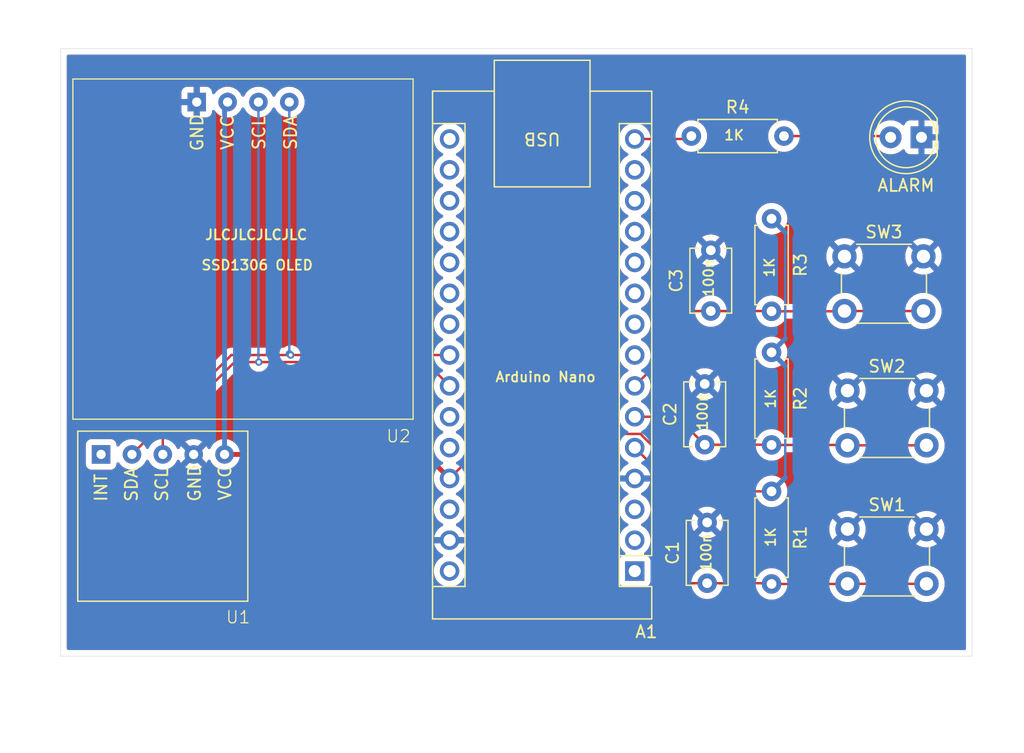
<source format=kicad_pcb>
(kicad_pcb (version 20241229) (generator "pcbnew") (generator_version "9.0")
  (layers (0 "F.Cu" signal "Front") (4 "In1.Cu" signal) (6 "In2.Cu" signal) (2 "B.Cu" signal "Back") (13 "F.Paste" user) (15 "B.Paste" user) (5 "F.SilkS" user "F.Silkscreen") (7 "B.SilkS" user "B.Silkscreen") (1 "F.Mask" user) (3 "B.Mask" user) (25 "Edge.Cuts" user))
  (net 0 "")
  (net 3 "Net-(A1-A4)")
  (net 5 "Net-(A1-D2)")
  (net 6 "Net-(A1-A5)")
  (net 8 "+5V")
  (net 15 "Net-(A1-D12)")
  (net 16 "GND")
  (net 25 "Net-(A1-D3)")
  (net 29 "Net-(A1-D4)")
  (net 30 "Net-(D1-A)")
  (footprint "spo2_stuff:MAX30102_MODULE" (layer "F.Cu") (at 89.4 106.48)
    (property "Reference" "U1" (at 6.2 8.32 0) (layer "F.SilkS") (effects (font (thickness 0.1))))
    (property "Value" "MAX30102")
    (fp_line (start -7 -7) (end 7 -7) (stroke (width 0.1)) (layer "F.SilkS"))
    (fp_line (start -7 7) (end -7 -7) (stroke (width 0.1)) (layer "F.SilkS"))
    (fp_line (start 7 -7) (end 7 7) (stroke (width 0.1)) (layer "F.SilkS"))
    (fp_line (start 7 7) (end -7 7) (stroke (width 0.1)) (layer "F.SilkS"))
    (fp_rect (start -7 -7) (end 7 7) (stroke (width 0.1)) (fill no) (layer "F.SilkS"))
    (fp_text user "INT" (at -4.5 -1.1 90) (layer "F.SilkS") (effects (justify left bottom)))
    (fp_text user "SDA" (at -2 -1.1 90) (layer "F.SilkS") (effects (justify left bottom)))
    (fp_text user "VCC" (at 5.7 -1.2 90) (layer "F.SilkS") (effects (justify left bottom)))
    (fp_text user "GND" (at 3.2 -1.1 90) (layer "F.SilkS") (effects (justify left bottom)))
    (fp_text user "SCL" (at 0.5 -1.1 90) (layer "F.SilkS") (effects (justify left bottom)))
    (pad "1" thru_hole rect (at -5.08 -5.08) (size 1.524 1.524) (drill 0.762) (layers "*.Cu" "*.Mask"))
    (pad "2" thru_hole circle (at -2.54 -5.08) (size 1.524 1.524) (drill 0.762) (layers "*.Cu" "*.Mask") (net 3 "Net-(A1-A4)"))
    (pad "3" thru_hole circle (at 0 -5.08) (size 1.524 1.524) (drill 0.762) (layers "*.Cu" "*.Mask") (net 6 "Net-(A1-A5)"))
    (pad "4" thru_hole circle (at 2.54 -5.08) (size 1.524 1.524) (drill 0.762) (layers "*.Cu" "*.Mask") (net 16 "GND"))
    (pad "5" thru_hole circle (at 5.08 -5.08) (size 1.524 1.524) (drill 0.762) (layers "*.Cu" "*.Mask") (net 8 "+5V"))
  )
  (footprint "Capacitor_THT:C_Disc_D5.1mm_W3.2mm_P5.00mm" (layer "F.Cu") (at 134.5 89.6 90)
    (property "Reference" "C3" (at 2.5 -2.85 90) (layer "F.SilkS"))
    (property "Value" "100n")
    (fp_line (start 5.17 -1.72) (end 5.17 -1.026) (stroke (width 0.12)) (layer "F.SilkS"))
    (fp_line (start -0.17 -1.72) (end 5.17 -1.72) (stroke (width 0.12)) (layer "F.SilkS"))
    (fp_line (start -0.17 -1.026) (end -0.17 -1.72) (stroke (width 0.12)) (layer "F.SilkS"))
    (fp_line (start 5.17 1.026) (end 5.17 1.72) (stroke (width 0.12)) (layer "F.SilkS"))
    (fp_line (start 5.17 1.72) (end -0.17 1.72) (stroke (width 0.12)) (layer "F.SilkS"))
    (fp_line (start -0.17 1.72) (end -0.17 1.026) (stroke (width 0.12)) (layer "F.SilkS"))
    (pad "1" thru_hole circle (at 0 0 90) (size 1.6 1.6) (drill 0.8) (layers "*.Cu" "*.Mask") (net 29 "Net-(A1-D4)"))
    (pad "2" thru_hole circle (at 5 0 90) (size 1.6 1.6) (drill 0.8) (layers "*.Cu" "*.Mask") (net 16 "GND"))
  )
  (footprint "spo2_stuff:SSD1306" (layer "F.Cu") (at 96 84.5)
    (property "Reference" "U2" (at 12.8 15.4 0) (layer "F.SilkS") (effects (font (thickness 0.1))))
    (property "Value" "SSD1306")
    (fp_line (start -14 -14) (end 14 -14) (stroke (width 0.1)) (layer "F.SilkS"))
    (fp_line (start -14 14) (end -14 -14) (stroke (width 0.1)) (layer "F.SilkS"))
    (fp_line (start 14 -14) (end 14 14) (stroke (width 0.1)) (layer "F.SilkS"))
    (fp_line (start 14 14) (end -14 14) (stroke (width 0.1)) (layer "F.SilkS"))
    (fp_text user "VCC" (at -0.7 -8.07 90) (layer "F.SilkS") (effects (justify left bottom)))
    (fp_text user "GND" (at -3.2 -7.97 90) (layer "F.SilkS") (effects (justify left bottom)))
    (fp_text user "SCL" (at 1.9 -8.07 90) (layer "F.SilkS") (effects (justify left bottom)))
    (fp_text user "SDA" (at 4.5 -8.07 90) (layer "F.SilkS") (effects (justify left bottom)))
    (pad "1" thru_hole rect (at -3.81 -12.1) (size 1.524 1.524) (drill 0.762) (layers "*.Cu" "*.Mask") (net 16 "GND"))
    (pad "2" thru_hole circle (at -1.27 -12.1) (size 1.524 1.524) (drill 0.762) (layers "*.Cu" "*.Mask") (net 8 "+5V"))
    (pad "3" thru_hole circle (at 1.27 -12.1) (size 1.524 1.524) (drill 0.762) (layers "*.Cu" "*.Mask") (net 6 "Net-(A1-A5)"))
    (pad "4" thru_hole circle (at 3.81 -12.1) (size 1.524 1.524) (drill 0.762) (layers "*.Cu" "*.Mask") (net 3 "Net-(A1-A4)"))
  )
  (footprint "LED_THT:LED_D5.0mm" (layer "F.Cu") (at 151.84 75.3 180)
    (property "Reference" "ALARM" (at 1.27 -3.96 0) (layer "F.SilkS"))
    (property "Value" "LED")
    (fp_line (start -1.29 -1.545) (end -1.29 1.545) (stroke (width 0.12)) (layer "F.SilkS"))
    (fp_arc (start 4.26 0) (mid 2.071779 2.880495) (end -1.29 1.54483) (stroke (width 0.12)) (layer "F.SilkS"))
    (fp_arc (start -1.29 -1.54483) (mid 2.071779 -2.880495) (end 4.26 0) (stroke (width 0.12)) (layer "F.SilkS"))
    (fp_circle (center 1.27 0) (end 3.77 0) (stroke (width 0.12)) (fill no) (layer "F.SilkS"))
    (pad "1" thru_hole rect (at 0 0 180) (size 1.8 1.8) (drill 0.9) (layers "*.Cu" "*.Mask") (net 16 "GND"))
    (pad "2" thru_hole circle (at 2.54 0 180) (size 1.8 1.8) (drill 0.9) (layers "*.Cu" "*.Mask") (net 30 "Net-(D1-A)"))
  )
  (footprint "Button_Switch_THT:SW_PUSH_6mm" (layer "F.Cu") (at 145.75 107.55)
    (property "Reference" "SW1" (at 3.25 -2 0) (layer "F.SilkS"))
    (property "Value" "SW_Push")
    (fp_line (start -0.25 1.5) (end -0.25 3) (stroke (width 0.12)) (layer "F.SilkS"))
    (fp_line (start 1 5.5) (end 5.5 5.5) (stroke (width 0.12)) (layer "F.SilkS"))
    (fp_line (start 5.5 -1) (end 1 -1) (stroke (width 0.12)) (layer "F.SilkS"))
    (fp_line (start 6.75 3) (end 6.75 1.5) (stroke (width 0.12)) (layer "F.SilkS"))
    (pad "1" thru_hole circle (at 0 0 90) (size 2 2) (drill 1.1) (layers "*.Cu" "*.Mask") (net 16 "GND"))
    (pad "1" thru_hole circle (at 6.5 0 90) (size 2 2) (drill 1.1) (layers "*.Cu" "*.Mask") (net 16 "GND"))
    (pad "2" thru_hole circle (at 0 4.5 90) (size 2 2) (drill 1.1) (layers "*.Cu" "*.Mask") (net 5 "Net-(A1-D2)"))
    (pad "2" thru_hole circle (at 6.5 4.5 90) (size 2 2) (drill 1.1) (layers "*.Cu" "*.Mask") (net 5 "Net-(A1-D2)"))
  )
  (footprint "Capacitor_THT:C_Disc_D5.1mm_W3.2mm_P5.00mm" (layer "F.Cu") (at 134.2 112 90)
    (property "Reference" "C1" (at 2.5 -2.85 90) (layer "F.SilkS"))
    (property "Value" "100n")
    (fp_line (start 5.17 -1.72) (end 5.17 -1.026) (stroke (width 0.12)) (layer "F.SilkS"))
    (fp_line (start -0.17 -1.72) (end 5.17 -1.72) (stroke (width 0.12)) (layer "F.SilkS"))
    (fp_line (start -0.17 -1.026) (end -0.17 -1.72) (stroke (width 0.12)) (layer "F.SilkS"))
    (fp_line (start 5.17 1.026) (end 5.17 1.72) (stroke (width 0.12)) (layer "F.SilkS"))
    (fp_line (start 5.17 1.72) (end -0.17 1.72) (stroke (width 0.12)) (layer "F.SilkS"))
    (fp_line (start -0.17 1.72) (end -0.17 1.026) (stroke (width 0.12)) (layer "F.SilkS"))
    (pad "1" thru_hole circle (at 0 0 90) (size 1.6 1.6) (drill 0.8) (layers "*.Cu" "*.Mask") (net 5 "Net-(A1-D2)"))
    (pad "2" thru_hole circle (at 5 0 90) (size 1.6 1.6) (drill 0.8) (layers "*.Cu" "*.Mask") (net 16 "GND"))
  )
  (footprint "Resistor_THT:R_Axial_DIN0207_L6.3mm_D2.5mm_P7.62mm_Horizontal" (layer "F.Cu") (at 139.5 82 -90)
    (property "Reference" "R3" (at 3.81 -2.37 90) (layer "F.SilkS"))
    (property "Value" "1K")
    (fp_line (start 0.54 1.37) (end 7.08 1.37) (stroke (width 0.12)) (layer "F.SilkS"))
    (fp_line (start 7.08 1.37) (end 7.08 1.04) (stroke (width 0.12)) (layer "F.SilkS"))
    (fp_line (start 0.54 1.04) (end 0.54 1.37) (stroke (width 0.12)) (layer "F.SilkS"))
    (fp_line (start 0.54 -1.04) (end 0.54 -1.37) (stroke (width 0.12)) (layer "F.SilkS"))
    (fp_line (start 0.54 -1.37) (end 7.08 -1.37) (stroke (width 0.12)) (layer "F.SilkS"))
    (fp_line (start 7.08 -1.37) (end 7.08 -1.04) (stroke (width 0.12)) (layer "F.SilkS"))
    (pad "1" thru_hole circle (at 0 0 270) (size 1.6 1.6) (drill 0.8) (layers "*.Cu" "*.Mask") (net 8 "+5V"))
    (pad "2" thru_hole circle (at 7.62 0 270) (size 1.6 1.6) (drill 0.8) (layers "*.Cu" "*.Mask") (net 29 "Net-(A1-D4)"))
  )
  (footprint "Module:Arduino_Nano" (layer "F.Cu") (at 128.24 111 180)
    (property "Reference" "A1" (at -0.96 -5 0) (layer "F.SilkS"))
    (property "Value" "Arduino_Nano_v3.x")
    (fp_line (start 16.64 39.5) (end 16.64 -3.94) (stroke (width 0.12)) (layer "F.SilkS"))
    (fp_line (start 16.64 39.5) (end 11.56 39.5) (stroke (width 0.12)) (layer "F.SilkS"))
    (fp_line (start 16.64 -3.94) (end -1.4 -3.94) (stroke (width 0.12)) (layer "F.SilkS"))
    (fp_line (start 13.97 36.83) (end 16.64 36.83) (stroke (width 0.12)) (layer "F.SilkS"))
    (fp_line (start 13.97 -1.27) (end 16.64 -1.27) (stroke (width 0.12)) (layer "F.SilkS"))
    (fp_line (start 13.97 -1.27) (end 13.97 36.83) (stroke (width 0.12)) (layer "F.SilkS"))
    (fp_line (start 11.56 42.04) (end 3.68 42.04) (stroke (width 0.12)) (layer "F.SilkS"))
    (fp_line (start 11.56 31.62) (end 11.56 42.04) (stroke (width 0.12)) (layer "F.SilkS"))
    (fp_line (start 3.68 42.04) (end 3.68 31.62) (stroke (width 0.12)) (layer "F.SilkS"))
    (fp_line (start 3.68 31.62) (end 11.56 31.62) (stroke (width 0.12)) (layer "F.SilkS"))
    (fp_line (start 1.27 36.83) (end -1.4 36.83) (stroke (width 0.12)) (layer "F.SilkS"))
    (fp_line (start 1.27 1.27) (end 1.27 36.83) (stroke (width 0.12)) (layer "F.SilkS"))
    (fp_line (start 1.27 1.27) (end 1.27 -1.27) (stroke (width 0.12)) (layer "F.SilkS"))
    (fp_line (start 1.27 1.27) (end -1.4 1.27) (stroke (width 0.12)) (layer "F.SilkS"))
    (fp_line (start 1.27 -1.27) (end -1.4 -1.27) (stroke (width 0.12)) (layer "F.SilkS"))
    (fp_line (start -1.4 39.5) (end 3.68 39.5) (stroke (width 0.12)) (layer "F.SilkS"))
    (fp_line (start -1.4 1.27) (end -1.4 39.5) (stroke (width 0.12)) (layer "F.SilkS"))
    (fp_line (start -1.4 -3.94) (end -1.4 -1.27) (stroke (width 0.12)) (layer "F.SilkS"))
    (fp_text user "USB" (at 7.62 35.56 180) (layer "F.SilkS"))
    (pad "1" thru_hole rect (at 0 0 180) (size 1.6 1.6) (drill 1) (layers "*.Cu" "*.Mask"))
    (pad "2" thru_hole oval (at 0 2.54 180) (size 1.6 1.6) (drill 1) (layers "*.Cu" "*.Mask"))
    (pad "3" thru_hole oval (at 0 5.08 180) (size 1.6 1.6) (drill 1) (layers "*.Cu" "*.Mask"))
    (pad "4" thru_hole oval (at 0 7.62 180) (size 1.6 1.6) (drill 1) (layers "*.Cu" "*.Mask") (net 16 "GND"))
    (pad "5" thru_hole oval (at 0 10.16 180) (size 1.6 1.6) (drill 1) (layers "*.Cu" "*.Mask") (net 5 "Net-(A1-D2)"))
    (pad "6" thru_hole oval (at 0 12.7 180) (size 1.6 1.6) (drill 1) (layers "*.Cu" "*.Mask") (net 25 "Net-(A1-D3)"))
    (pad "7" thru_hole oval (at 0 15.24 180) (size 1.6 1.6) (drill 1) (layers "*.Cu" "*.Mask") (net 29 "Net-(A1-D4)"))
    (pad "8" thru_hole oval (at 0 17.78 180) (size 1.6 1.6) (drill 1) (layers "*.Cu" "*.Mask"))
    (pad "9" thru_hole oval (at 0 20.32 180) (size 1.6 1.6) (drill 1) (layers "*.Cu" "*.Mask"))
    (pad "10" thru_hole oval (at 0 22.86 180) (size 1.6 1.6) (drill 1) (layers "*.Cu" "*.Mask"))
    (pad "11" thru_hole oval (at 0 25.4 180) (size 1.6 1.6) (drill 1) (layers "*.Cu" "*.Mask"))
    (pad "12" thru_hole oval (at 0 27.94 180) (size 1.6 1.6) (drill 1) (layers "*.Cu" "*.Mask"))
    (pad "13" thru_hole oval (at 0 30.48 180) (size 1.6 1.6) (drill 1) (layers "*.Cu" "*.Mask"))
    (pad "14" thru_hole oval (at 0 33.02 180) (size 1.6 1.6) (drill 1) (layers "*.Cu" "*.Mask"))
    (pad "15" thru_hole oval (at 0 35.56 180) (size 1.6 1.6) (drill 1) (layers "*.Cu" "*.Mask") (net 15 "Net-(A1-D12)"))
    (pad "16" thru_hole oval (at 15.24 35.56 180) (size 1.6 1.6) (drill 1) (layers "*.Cu" "*.Mask"))
    (pad "17" thru_hole oval (at 15.24 33.02 180) (size 1.6 1.6) (drill 1) (layers "*.Cu" "*.Mask"))
    (pad "18" thru_hole oval (at 15.24 30.48 180) (size 1.6 1.6) (drill 1) (layers "*.Cu" "*.Mask"))
    (pad "19" thru_hole oval (at 15.24 27.94 180) (size 1.6 1.6) (drill 1) (layers "*.Cu" "*.Mask"))
    (pad "20" thru_hole oval (at 15.24 25.4 180) (size 1.6 1.6) (drill 1) (layers "*.Cu" "*.Mask"))
    (pad "21" thru_hole oval (at 15.24 22.86 180) (size 1.6 1.6) (drill 1) (layers "*.Cu" "*.Mask"))
    (pad "22" thru_hole oval (at 15.24 20.32 180) (size 1.6 1.6) (drill 1) (layers "*.Cu" "*.Mask"))
    (pad "23" thru_hole oval (at 15.24 17.78 180) (size 1.6 1.6) (drill 1) (layers "*.Cu" "*.Mask") (net 3 "Net-(A1-A4)"))
    (pad "24" thru_hole oval (at 15.24 15.24 180) (size 1.6 1.6) (drill 1) (layers "*.Cu" "*.Mask") (net 6 "Net-(A1-A5)"))
    (pad "25" thru_hole oval (at 15.24 12.7 180) (size 1.6 1.6) (drill 1) (layers "*.Cu" "*.Mask"))
    (pad "26" thru_hole oval (at 15.24 10.16 180) (size 1.6 1.6) (drill 1) (layers "*.Cu" "*.Mask"))
    (pad "27" thru_hole oval (at 15.24 7.62 180) (size 1.6 1.6) (drill 1) (layers "*.Cu" "*.Mask") (net 8 "+5V"))
    (pad "28" thru_hole oval (at 15.24 5.08 180) (size 1.6 1.6) (drill 1) (layers "*.Cu" "*.Mask"))
    (pad "29" thru_hole oval (at 15.24 2.54 180) (size 1.6 1.6) (drill 1) (layers "*.Cu" "*.Mask") (net 16 "GND"))
    (pad "30" thru_hole oval (at 15.24 0 180) (size 1.6 1.6) (drill 1) (layers "*.Cu" "*.Mask"))
  )
  (footprint "Button_Switch_THT:SW_PUSH_6mm" (layer "F.Cu") (at 145.75 96.15)
    (property "Reference" "SW2" (at 3.25 -2 0) (layer "F.SilkS"))
    (property "Value" "SW_Push")
    (fp_line (start -0.25 1.5) (end -0.25 3) (stroke (width 0.12)) (layer "F.SilkS"))
    (fp_line (start 1 5.5) (end 5.5 5.5) (stroke (width 0.12)) (layer "F.SilkS"))
    (fp_line (start 5.5 -1) (end 1 -1) (stroke (width 0.12)) (layer "F.SilkS"))
    (fp_line (start 6.75 3) (end 6.75 1.5) (stroke (width 0.12)) (layer "F.SilkS"))
    (pad "1" thru_hole circle (at 0 0 90) (size 2 2) (drill 1.1) (layers "*.Cu" "*.Mask") (net 16 "GND"))
    (pad "1" thru_hole circle (at 6.5 0 90) (size 2 2) (drill 1.1) (layers "*.Cu" "*.Mask") (net 16 "GND"))
    (pad "2" thru_hole circle (at 0 4.5 90) (size 2 2) (drill 1.1) (layers "*.Cu" "*.Mask") (net 25 "Net-(A1-D3)"))
    (pad "2" thru_hole circle (at 6.5 4.5 90) (size 2 2) (drill 1.1) (layers "*.Cu" "*.Mask") (net 25 "Net-(A1-D3)"))
  )
  (footprint "Resistor_THT:R_Axial_DIN0207_L6.3mm_D2.5mm_P7.62mm_Horizontal" (layer "F.Cu") (at 132.9 75.2)
    (property "Reference" "R4" (at 3.81 -2.37 0) (layer "F.SilkS"))
    (property "Value" "1K")
    (fp_line (start 0.54 -1.37) (end 7.08 -1.37) (stroke (width 0.12)) (layer "F.SilkS"))
    (fp_line (start 0.54 -1.04) (end 0.54 -1.37) (stroke (width 0.12)) (layer "F.SilkS"))
    (fp_line (start 0.54 1.04) (end 0.54 1.37) (stroke (width 0.12)) (layer "F.SilkS"))
    (fp_line (start 0.54 1.37) (end 7.08 1.37) (stroke (width 0.12)) (layer "F.SilkS"))
    (fp_line (start 7.08 -1.37) (end 7.08 -1.04) (stroke (width 0.12)) (layer "F.SilkS"))
    (fp_line (start 7.08 1.37) (end 7.08 1.04) (stroke (width 0.12)) (layer "F.SilkS"))
    (pad "1" thru_hole circle (at 0 0) (size 1.6 1.6) (drill 0.8) (layers "*.Cu" "*.Mask") (net 15 "Net-(A1-D12)"))
    (pad "2" thru_hole circle (at 7.62 0) (size 1.6 1.6) (drill 0.8) (layers "*.Cu" "*.Mask") (net 30 "Net-(D1-A)"))
  )
  (footprint "Capacitor_THT:C_Disc_D5.1mm_W3.2mm_P5.00mm" (layer "F.Cu") (at 134 100.6 90)
    (property "Reference" "C2" (at 2.5 -2.85 90) (layer "F.SilkS"))
    (property "Value" "100n")
    (fp_line (start 5.17 -1.72) (end 5.17 -1.026) (stroke (width 0.12)) (layer "F.SilkS"))
    (fp_line (start -0.17 -1.72) (end 5.17 -1.72) (stroke (width 0.12)) (layer "F.SilkS"))
    (fp_line (start -0.17 -1.026) (end -0.17 -1.72) (stroke (width 0.12)) (layer "F.SilkS"))
    (fp_line (start 5.17 1.026) (end 5.17 1.72) (stroke (width 0.12)) (layer "F.SilkS"))
    (fp_line (start 5.17 1.72) (end -0.17 1.72) (stroke (width 0.12)) (layer "F.SilkS"))
    (fp_line (start -0.17 1.72) (end -0.17 1.026) (stroke (width 0.12)) (layer "F.SilkS"))
    (pad "1" thru_hole circle (at 0 0 90) (size 1.6 1.6) (drill 0.8) (layers "*.Cu" "*.Mask") (net 25 "Net-(A1-D3)"))
    (pad "2" thru_hole circle (at 5 0 90) (size 1.6 1.6) (drill 0.8) (layers "*.Cu" "*.Mask") (net 16 "GND"))
  )
  (footprint "Resistor_THT:R_Axial_DIN0207_L6.3mm_D2.5mm_P7.62mm_Horizontal" (layer "F.Cu") (at 139.5 104.44 -90)
    (property "Reference" "R1" (at 3.81 -2.37 90) (layer "F.SilkS"))
    (property "Value" "1K")
    (fp_line (start 0.54 1.37) (end 7.08 1.37) (stroke (width 0.12)) (layer "F.SilkS"))
    (fp_line (start 7.08 1.37) (end 7.08 1.04) (stroke (width 0.12)) (layer "F.SilkS"))
    (fp_line (start 0.54 1.04) (end 0.54 1.37) (stroke (width 0.12)) (layer "F.SilkS"))
    (fp_line (start 0.54 -1.04) (end 0.54 -1.37) (stroke (width 0.12)) (layer "F.SilkS"))
    (fp_line (start 0.54 -1.37) (end 7.08 -1.37) (stroke (width 0.12)) (layer "F.SilkS"))
    (fp_line (start 7.08 -1.37) (end 7.08 -1.04) (stroke (width 0.12)) (layer "F.SilkS"))
    (pad "1" thru_hole circle (at 0 0 270) (size 1.6 1.6) (drill 0.8) (layers "*.Cu" "*.Mask") (net 8 "+5V"))
    (pad "2" thru_hole circle (at 7.62 0 270) (size 1.6 1.6) (drill 0.8) (layers "*.Cu" "*.Mask") (net 5 "Net-(A1-D2)"))
  )
  (footprint "Resistor_THT:R_Axial_DIN0207_L6.3mm_D2.5mm_P7.62mm_Horizontal" (layer "F.Cu") (at 139.5 93 -90)
    (property "Reference" "R2" (at 3.81 -2.37 90) (layer "F.SilkS"))
    (property "Value" "1K")
    (fp_line (start 0.54 1.37) (end 7.08 1.37) (stroke (width 0.12)) (layer "F.SilkS"))
    (fp_line (start 7.08 1.37) (end 7.08 1.04) (stroke (width 0.12)) (layer "F.SilkS"))
    (fp_line (start 0.54 1.04) (end 0.54 1.37) (stroke (width 0.12)) (layer "F.SilkS"))
    (fp_line (start 0.54 -1.04) (end 0.54 -1.37) (stroke (width 0.12)) (layer "F.SilkS"))
    (fp_line (start 0.54 -1.37) (end 7.08 -1.37) (stroke (width 0.12)) (layer "F.SilkS"))
    (fp_line (start 7.08 -1.37) (end 7.08 -1.04) (stroke (width 0.12)) (layer "F.SilkS"))
    (pad "1" thru_hole circle (at 0 0 270) (size 1.6 1.6) (drill 0.8) (layers "*.Cu" "*.Mask") (net 8 "+5V"))
    (pad "2" thru_hole circle (at 7.62 0 270) (size 1.6 1.6) (drill 0.8) (layers "*.Cu" "*.Mask") (net 25 "Net-(A1-D3)"))
  )
  (footprint "Button_Switch_THT:SW_PUSH_6mm" (layer "F.Cu") (at 145.5 85.1)
    (property "Reference" "SW3" (at 3.25 -2 0) (layer "F.SilkS"))
    (property "Value" "SW_Push")
    (fp_line (start -0.25 1.5) (end -0.25 3) (stroke (width 0.12)) (layer "F.SilkS"))
    (fp_line (start 1 5.5) (end 5.5 5.5) (stroke (width 0.12)) (layer "F.SilkS"))
    (fp_line (start 5.5 -1) (end 1 -1) (stroke (width 0.12)) (layer "F.SilkS"))
    (fp_line (start 6.75 3) (end 6.75 1.5) (stroke (width 0.12)) (layer "F.SilkS"))
    (pad "1" thru_hole circle (at 0 0 90) (size 2 2) (drill 1.1) (layers "*.Cu" "*.Mask") (net 16 "GND"))
    (pad "1" thru_hole circle (at 6.5 0 90) (size 2 2) (drill 1.1) (layers "*.Cu" "*.Mask") (net 16 "GND"))
    (pad "2" thru_hole circle (at 0 4.5 90) (size 2 2) (drill 1.1) (layers "*.Cu" "*.Mask") (net 29 "Net-(A1-D4)"))
    (pad "2" thru_hole circle (at 6.5 4.5 90) (size 2 2) (drill 1.1) (layers "*.Cu" "*.Mask") (net 29 "Net-(A1-D4)"))
  )
  (gr_line (start 81 68) (end 81 118) (stroke (width 0.0381)) (layer "Edge.Cuts"))
  (gr_line (start 81 118) (end 156 118) (stroke (width 0.0381)) (layer "Edge.Cuts"))
  (gr_line (start 156 68) (end 81 68) (stroke (width 0.0381)) (layer "Edge.Cuts"))
  (gr_line (start 156 118) (end 156 68) (stroke (width 0.0381)) (layer "Edge.Cuts"))
  (gr_text "SSD1306 OLED" (at 92.5 86.3 0) (layer "F.SilkS") (effects (font (size 0.8128 0.8128) (thickness 0.1524) (bold yes)) (justify left bottom)))
  (gr_text "1K" (at 139.9 109.1 90) (layer "F.SilkS") (effects (font (size 0.8128 0.8128) (thickness 0.1524) (bold yes)) (justify left bottom)))
  (gr_text "1K" (at 135.526 75.6 0) (layer "F.SilkS") (effects (font (size 0.8128 0.8128) (thickness 0.1524) (bold yes)) (justify left bottom)))
  (gr_text "1K" (at 139.9 97.7 90) (layer "F.SilkS") (effects (font (size 0.8128 0.8128) (thickness 0.1524) (bold yes)) (justify left bottom)))
  (gr_text "100n" (at 134.3 99.5 90) (layer "F.SilkS") (effects (font (size 0.8128 0.8128) (thickness 0.1524) (bold yes)) (justify left bottom)))
  (gr_text "100n" (at 134.6 111.1 90) (layer "F.SilkS") (effects (font (size 0.8128 0.8128) (thickness 0.1524) (bold yes)) (justify left bottom)))
  (gr_text "Arduino Nano\n" (at 116.7 95.5 0) (layer "F.SilkS") (effects (font (size 0.8128 0.8128) (thickness 0.1524) (bold yes)) (justify left bottom)))
  (gr_text "100n" (at 134.8 88.5 90) (layer "F.SilkS") (effects (font (size 0.8128 0.8128) (thickness 0.1524) (bold yes)) (justify left bottom)))
  (gr_text "JLCJLCJLCJLC\n" (at 92.8 83.8 0) (layer "F.SilkS") (effects (font (size 0.8128 0.8128) (thickness 0.16256) (bold yes)) (justify left bottom)))
  (gr_text "1K" (at 139.8 86.9 90) (layer "F.SilkS") (effects (font (size 0.8128 0.8128) (thickness 0.1524) (bold yes)) (justify left bottom)))
  (segment (start 99.92 93.22) (end 95.04 93.22) (width 0.2) (layer "F.Cu") (net 3))
  (segment (start 95.04 93.22) (end 86.86 101.4) (width 0.2) (layer "F.Cu") (net 3))
  (segment (start 113 93.22) (end 99.92 93.22) (width 0.2) (layer "F.Cu") (net 3))
  (via (at 99.92 93.22) (size 0.6) (drill 0.3) (layers "F.Cu" "B.Cu") (net 3))
  (segment (start 99.81 93.11) (end 99.92 93.22) (width 0.6) (layer "B.Cu") (net 3))
  (segment (start 99.81 71.8) (end 99.81 93.11) (width 0.2) (layer "B.Cu") (net 3))
  (segment (start 145.74 112.06) (end 145.75 112.05) (width 0.4) (layer "F.Cu") (net 5))
  (segment (start 145.75 112.05) (end 152.25 112.05) (width 0.2) (layer "F.Cu") (net 5))
  (segment (start 128.24 100.84) (end 131 103.6) (width 0.2) (layer "F.Cu") (net 5))
  (segment (start 131 112) (end 134.2 112) (width 0.2) (layer "F.Cu") (net 5))
  (segment (start 134.2 112) (end 139.44 112) (width 0.2) (layer "F.Cu") (net 5))
  (segment (start 131 103.6) (end 131 112) (width 0.2) (layer "F.Cu") (net 5))
  (segment (start 139.5 112.06) (end 145.74 112.06) (width 0.2) (layer "F.Cu") (net 5))
  (segment (start 139.44 112) (end 139.5 112.06) (width 0.4) (layer "F.Cu") (net 5))
  (segment (start 89.4 99.7) (end 89.4 101.4) (width 0.2) (layer "F.Cu") (net 6))
  (segment (start 95.3 93.8) (end 89.4 99.7) (width 0.2) (layer "F.Cu") (net 6))
  (segment (start 111.04 93.8) (end 97.3 93.8) (width 0.2) (layer "F.Cu") (net 6))
  (segment (start 97.3 93.8) (end 95.3 93.8) (width 0.2) (layer "F.Cu") (net 6))
  (segment (start 113 95.76) (end 111.04 93.8) (width 0.2) (layer "F.Cu") (net 6))
  (via (at 97.3 93.8) (size 0.6) (drill 0.3) (layers "F.Cu" "B.Cu") (net 6))
  (segment (start 97.27 73.07) (end 97.27 93.77) (width 0.2) (layer "B.Cu") (net 6))
  (segment (start 97.27 93.77) (end 97.3 93.8) (width 0.2) (layer "B.Cu") (net 6))
  (segment (start 139.5 104.44) (end 133.435233 104.44) (width 0.2) (layer "F.Cu") (net 8))
  (segment (start 116.668 99.712) (end 113 103.38) (width 0.2) (layer "F.Cu") (net 8))
  (segment (start 133.435233 104.44) (end 128.707233 99.712) (width 0.2) (layer "F.Cu") (net 8))
  (segment (start 111.02 101.4) (end 113 103.38) (width 0.4) (layer "F.Cu") (net 8))
  (segment (start 128.707233 99.712) (end 116.668 99.712) (width 0.2) (layer "F.Cu") (net 8))
  (segment (start 94.48 101.4) (end 111.02 101.4) (width 0.4) (layer "F.Cu") (net 8))
  (segment (start 139.5 93) (end 140.628 94.128) (width 0.4) (layer "B.Cu") (net 8))
  (segment (start 139.5 82) (end 140.628 83.128) (width 0.4) (layer "B.Cu") (net 8))
  (segment (start 94.48 72.05) (end 94.73 71.8) (width 0.4) (layer "B.Cu") (net 8))
  (segment (start 140.628 94.128) (end 140.628 103.312) (width 0.2) (layer "B.Cu") (net 8))
  (segment (start 140.628 91.872) (end 139.5 93) (width 0.4) (layer "B.Cu") (net 8))
  (segment (start 140.628 103.312) (end 139.5 104.44) (width 0.4) (layer "B.Cu") (net 8))
  (segment (start 140.628 83.128) (end 140.628 91.872) (width 0.2) (layer "B.Cu") (net 8))
  (segment (start 94.48 101.4) (end 94.48 72.05) (width 0.4) (layer "B.Cu") (net 8))
  (segment (start 128.24 75.44) (end 132.66 75.44) (width 0.2) (layer "F.Cu") (net 15))
  (segment (start 132.66 75.44) (end 132.9 75.2) (width 0.4) (layer "F.Cu") (net 15))
  (segment (start 131.7 98.3) (end 134 100.6) (width 0.2) (layer "F.Cu") (net 25))
  (segment (start 139.5 100.62) (end 145.72 100.62) (width 0.2) (layer "F.Cu") (net 25))
  (segment (start 134 100.6) (end 139.48 100.6) (width 0.2) (layer "F.Cu") (net 25))
  (segment (start 139.48 100.6) (end 139.5 100.62) (width 0.4) (layer "F.Cu") (net 25))
  (segment (start 145.72 100.62) (end 145.75 100.65) (width 0.4) (layer "F.Cu") (net 25))
  (segment (start 128.24 98.3) (end 131.7 98.3) (width 0.2) (layer "F.Cu") (net 25))
  (segment (start 145.75 100.65) (end 152.25 100.65) (width 0.2) (layer "F.Cu") (net 25))
  (segment (start 134.5 89.6) (end 139.48 89.6) (width 0.2) (layer "F.Cu") (net 29))
  (segment (start 145.5 89.6) (end 152 89.6) (width 0.2) (layer "F.Cu") (net 29))
  (segment (start 131.1 92.9) (end 131.1 89.6) (width 0.2) (layer "F.Cu") (net 29))
  (segment (start 139.5 89.62) (end 145.48 89.62) (width 0.2) (layer "F.Cu") (net 29))
  (segment (start 131.1 89.6) (end 134.5 89.6) (width 0.2) (layer "F.Cu") (net 29))
  (segment (start 145.48 89.62) (end 145.5 89.6) (width 0.4) (layer "F.Cu") (net 29))
  (segment (start 139.48 89.6) (end 139.5 89.62) (width 0.4) (layer "F.Cu") (net 29))
  (segment (start 128.24 95.76) (end 131.1 92.9) (width 0.2) (layer "F.Cu") (net 29))
  (segment (start 149.2 75.2) (end 149.3 75.3) (width 0.4) (layer "F.Cu") (net 30))
  (segment (start 140.52 75.2) (end 149.2 75.2) (width 0.2) (layer "F.Cu") (net 30))
  (zone (net 16) (net_name "GND") (layers "F.Cu" "B.Cu") (connect_pads (clearance 0.5)) (min_thickness 0.25) (fill yes (thermal_gap 0.5) (thermal_bridge_width 0.5))
    (polygon (pts (xy 77 65) (xy 76 126) (xy 160.3 125.6) (xy 160 64)))
  )
)
</source>
